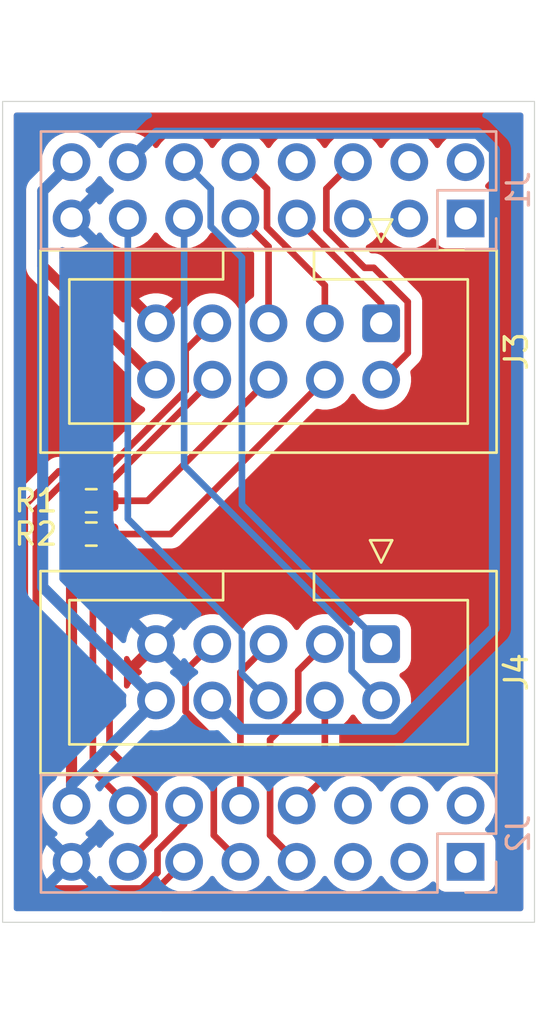
<source format=kicad_pcb>
(kicad_pcb (version 20241229) (generator "pcbnew") (generator_version "9.0")
  (layers (0 "F.Cu" signal) (2 "B.Cu" signal) (13 "F.Paste" user) (15 "B.Paste" user) (5 "F.SilkS" user "F.Silkscreen") (7 "B.SilkS" user "B.Silkscreen") (1 "F.Mask" user) (3 "B.Mask" user) (25 "Edge.Cuts" user))
  (net 0 "")
  (net 1 "/SPI_MISO")
  (net 2 "GND")
  (net 3 "/SDIO_CK")
  (net 4 "/RXD2")
  (net 5 "/SDIO_D1")
  (net 6 "/SPI_MOSI")
  (net 7 "/SPI_SCK")
  (net 8 "/TXD1")
  (net 9 "/SDIO_CMD")
  (net 10 "/SDIO_D2")
  (net 11 "/SDIO_D0")
  (net 12 "/SDIO_D3")
  (net 13 "+3.3V")
  (net 14 "/TXD2")
  (net 15 "/RXD1")
  (net 16 "+5V")
  (net 17 "/GPIO_11")
  (net 18 "/GPIO_5")
  (net 19 "/GPIO_12")
  (net 20 "/GPIO_2")
  (net 21 "/GPIO_9")
  (net 22 "/GPIO_7")
  (net 23 "/SDA")
  (net 24 "/GPIO_10")
  (net 25 "/GPIO_1")
  (net 26 "/GPIO_8")
  (net 27 "/GPIO_6")
  (net 28 "/GPIO_3")
  (net 29 "/GPIO_4")
  (net 30 "/SCL")
  (footprint "Resistor_SMD:R_0603_1608Metric" (layer "F.Cu") (at 104 66.5)
    (property "Reference" "R2" (at -2.5 0 0) (layer "F.SilkS"))
    (property "Value" "10k")
    (fp_line (start -0.237258 -0.5225) (end 0.237258 -0.5225) (stroke (width 0.12)) (layer "F.SilkS"))
    (fp_line (start -0.237258 0.5225) (end 0.237258 0.5225) (stroke (width 0.12)) (layer "F.SilkS"))
    (pad "1" smd roundrect (at -0.825 0) (size 0.8 0.95) (layers "F.Cu" "F.Mask" "F.Paste") (net 16 "+5V"))
    (pad "2" smd roundrect (at 0.825 0) (size 0.8 0.95) (layers "F.Cu" "F.Mask" "F.Paste") (net 23 "/SDA"))
  )
  (footprint "Connector_IDC:IDC-Header_2x05_P2.54mm_Vertical" (layer "F.Cu") (at 117.08 57 -90)
    (property "Reference" "J3" (at 1.27 -6.1 90) (layer "F.SilkS"))
    (property "Value" "Conn_02x05_Odd_Even")
    (fp_line (start -3.29 15.37) (end -3.29 -5.21) (stroke (width 0.12)) (layer "F.SilkS"))
    (fp_line (start 5.83 15.37) (end -3.29 15.37) (stroke (width 0.12)) (layer "F.SilkS"))
    (fp_line (start -1.98 14.07) (end -1.98 7.13) (stroke (width 0.12)) (layer "F.SilkS"))
    (fp_line (start 4.52 14.07) (end -1.98 14.07) (stroke (width 0.12)) (layer "F.SilkS"))
    (fp_line (start -1.98 7.13) (end -3.29 7.13) (stroke (width 0.12)) (layer "F.SilkS"))
    (fp_line (start -3.29 3.03) (end -1.98 3.03) (stroke (width 0.12)) (layer "F.SilkS"))
    (fp_line (start -1.98 3.03) (end -1.98 -3.91) (stroke (width 0.12)) (layer "F.SilkS"))
    (fp_line (start -4.68 0.5) (end -3.68 0) (stroke (width 0.12)) (layer "F.SilkS"))
    (fp_line (start -3.68 0) (end -4.68 -0.5) (stroke (width 0.12)) (layer "F.SilkS"))
    (fp_line (start -4.68 -0.5) (end -4.68 0.5) (stroke (width 0.12)) (layer "F.SilkS"))
    (fp_line (start -1.98 -3.91) (end 4.52 -3.91) (stroke (width 0.12)) (layer "F.SilkS"))
    (fp_line (start 4.52 -3.91) (end 4.52 14.07) (stroke (width 0.12)) (layer "F.SilkS"))
    (fp_line (start -3.29 -5.21) (end 5.83 -5.21) (stroke (width 0.12)) (layer "F.SilkS"))
    (fp_line (start 5.83 -5.21) (end 5.83 15.37) (stroke (width 0.12)) (layer "F.SilkS"))
    (pad "1" thru_hole roundrect (at 0 0 270) (size 1.7 1.7) (drill 1) (layers "*.Cu" "*.Mask") (roundrect_rratio 0.147059) (net 8 "/TXD1"))
    (pad "2" thru_hole circle (at 2.54 0 270) (size 1.7 1.7) (drill 1) (layers "*.Cu" "*.Mask") (net 15 "/RXD1"))
    (pad "3" thru_hole circle (at 0 2.54 270) (size 1.7 1.7) (drill 1) (layers "*.Cu" "*.Mask") (net 4 "/RXD2"))
    (pad "4" thru_hole circle (at 2.54 2.54 270) (size 1.7 1.7) (drill 1) (layers "*.Cu" "*.Mask") (net 23 "/SDA"))
    (pad "5" thru_hole circle (at 0 5.08 270) (size 1.7 1.7) (drill 1) (layers "*.Cu" "*.Mask") (net 14 "/TXD2"))
    (pad "6" thru_hole circle (at 2.54 5.08 270) (size 1.7 1.7) (drill 1) (layers "*.Cu" "*.Mask") (net 30 "/SCL"))
    (pad "7" thru_hole circle (at 0 7.62 270) (size 1.7 1.7) (drill 1) (layers "*.Cu" "*.Mask") (net 17 "/GPIO_11"))
    (pad "8" thru_hole circle (at 2.54 7.62 270) (size 1.7 1.7) (drill 1) (layers "*.Cu" "*.Mask") (net 19 "/GPIO_12"))
    (pad "9" thru_hole circle (at 0 10.16 270) (size 1.7 1.7) (drill 1) (layers "*.Cu" "*.Mask") (net 2 "GND"))
    (pad "10" thru_hole circle (at 2.54 10.16 270) (size 1.7 1.7) (drill 1) (layers "*.Cu" "*.Mask") (net 16 "+5V"))
  )
  (footprint "Resistor_SMD:R_0603_1608Metric" (layer "F.Cu") (at 104 65)
    (property "Reference" "R1" (at -2.5 0 0) (layer "F.SilkS"))
    (property "Value" "10k")
    (fp_line (start -0.237258 -0.5225) (end 0.237258 -0.5225) (stroke (width 0.12)) (layer "F.SilkS"))
    (fp_line (start -0.237258 0.5225) (end 0.237258 0.5225) (stroke (width 0.12)) (layer "F.SilkS"))
    (pad "1" smd roundrect (at -0.825 0) (size 0.8 0.95) (layers "F.Cu" "F.Mask" "F.Paste") (net 16 "+5V"))
    (pad "2" smd roundrect (at 0.825 0) (size 0.8 0.95) (layers "F.Cu" "F.Mask" "F.Paste") (net 30 "/SCL"))
  )
  (footprint "Connector_IDC:IDC-Header_2x05_P2.54mm_Vertical" (layer "F.Cu") (at 117.08 71.46 -90)
    (property "Reference" "J4" (at 1.27 -6.1 90) (layer "F.SilkS"))
    (property "Value" "Conn_02x05_Odd_Even")
    (fp_line (start -3.29 15.37) (end -3.29 -5.21) (stroke (width 0.12)) (layer "F.SilkS"))
    (fp_line (start 5.83 15.37) (end -3.29 15.37) (stroke (width 0.12)) (layer "F.SilkS"))
    (fp_line (start -1.98 14.07) (end -1.98 7.13) (stroke (width 0.12)) (layer "F.SilkS"))
    (fp_line (start 4.52 14.07) (end -1.98 14.07) (stroke (width 0.12)) (layer "F.SilkS"))
    (fp_line (start -1.98 7.13) (end -3.29 7.13) (stroke (width 0.12)) (layer "F.SilkS"))
    (fp_line (start -3.29 3.03) (end -1.98 3.03) (stroke (width 0.12)) (layer "F.SilkS"))
    (fp_line (start -1.98 3.03) (end -1.98 -3.91) (stroke (width 0.12)) (layer "F.SilkS"))
    (fp_line (start -4.68 0.5) (end -3.68 0) (stroke (width 0.12)) (layer "F.SilkS"))
    (fp_line (start -3.68 0) (end -4.68 -0.5) (stroke (width 0.12)) (layer "F.SilkS"))
    (fp_line (start -4.68 -0.5) (end -4.68 0.5) (stroke (width 0.12)) (layer "F.SilkS"))
    (fp_line (start -1.98 -3.91) (end 4.52 -3.91) (stroke (width 0.12)) (layer "F.SilkS"))
    (fp_line (start 4.52 -3.91) (end 4.52 14.07) (stroke (width 0.12)) (layer "F.SilkS"))
    (fp_line (start -3.29 -5.21) (end 5.83 -5.21) (stroke (width 0.12)) (layer "F.SilkS"))
    (fp_line (start 5.83 -5.21) (end 5.83 15.37) (stroke (width 0.12)) (layer "F.SilkS"))
    (pad "1" thru_hole roundrect (at 0 0 270) (size 1.7 1.7) (drill 1) (layers "*.Cu" "*.Mask") (roundrect_rratio 0.147059) (net 1 "/SPI_MISO"))
    (pad "2" thru_hole circle (at 2.54 0 270) (size 1.7 1.7) (drill 1) (layers "*.Cu" "*.Mask") (net 7 "/SPI_SCK"))
    (pad "3" thru_hole circle (at 0 2.54 270) (size 1.7 1.7) (drill 1) (layers "*.Cu" "*.Mask") (net 22 "/GPIO_7"))
    (pad "4" thru_hole circle (at 2.54 2.54 270) (size 1.7 1.7) (drill 1) (layers "*.Cu" "*.Mask") (net 26 "/GPIO_8"))
    (pad "5" thru_hole circle (at 0 5.08 270) (size 1.7 1.7) (drill 1) (layers "*.Cu" "*.Mask") (net 24 "/GPIO_10"))
    (pad "6" thru_hole circle (at 2.54 5.08 270) (size 1.7 1.7) (drill 1) (layers "*.Cu" "*.Mask") (net 6 "/SPI_MOSI"))
    (pad "7" thru_hole circle (at 0 7.62 270) (size 1.7 1.7) (drill 1) (layers "*.Cu" "*.Mask") (net 21 "/GPIO_9"))
    (pad "8" thru_hole circle (at 2.54 7.62 270) (size 1.7 1.7) (drill 1) (layers "*.Cu" "*.Mask") (net 13 "+3.3V"))
    (pad "9" thru_hole circle (at 0 10.16 270) (size 1.7 1.7) (drill 1) (layers "*.Cu" "*.Mask") (net 2 "GND"))
    (pad "10" thru_hole circle (at 2.54 10.16 270) (size 1.7 1.7) (drill 1) (layers "*.Cu" "*.Mask") (net 16 "+5V"))
  )
  (footprint "Connector_PinHeader_2.54mm:PinHeader_2x08_P2.54mm_Vertical" (layer "B.Cu") (at 120.89 52.275 90)
    (property "Reference" "J1" (at 1.27 2.38 90) (layer "B.SilkS") (effects (justify mirror)))
    (property "Value" "Conn_02x08_Odd_Even")
    (fp_line (start -1.38 -19.16) (end 3.92 -19.16) (stroke (width 0.12)) (layer "B.SilkS"))
    (fp_line (start 1.27 -1.27) (end 1.27 1.38) (stroke (width 0.12)) (layer "B.SilkS"))
    (fp_line (start -1.38 -1.27) (end -1.38 -19.16) (stroke (width 0.12)) (layer "B.SilkS"))
    (fp_line (start -1.38 -1.27) (end 1.27 -1.27) (stroke (width 0.12)) (layer "B.SilkS"))
    (fp_line (start -1.38 0) (end -1.38 1.38) (stroke (width 0.12)) (layer "B.SilkS"))
    (fp_line (start 3.92 1.38) (end 3.92 -19.16) (stroke (width 0.12)) (layer "B.SilkS"))
    (fp_line (start 1.27 1.38) (end 3.92 1.38) (stroke (width 0.12)) (layer "B.SilkS"))
    (fp_line (start -1.38 1.38) (end 0 1.38) (stroke (width 0.12)) (layer "B.SilkS"))
    (pad "1" thru_hole rect (at 0 0 90) (size 1.7 1.7) (drill 1) (layers "*.Cu" "*.Mask") (net 11 "/SDIO_D0"))
    (pad "2" thru_hole circle (at 2.54 0 90) (size 1.7 1.7) (drill 1) (layers "*.Cu" "*.Mask") (net 5 "/SDIO_D1"))
    (pad "3" thru_hole circle (at 0 -2.54 90) (size 1.7 1.7) (drill 1) (layers "*.Cu" "*.Mask") (net 10 "/SDIO_D2"))
    (pad "4" thru_hole circle (at 2.54 -2.54 90) (size 1.7 1.7) (drill 1) (layers "*.Cu" "*.Mask") (net 12 "/SDIO_D3"))
    (pad "5" thru_hole circle (at 0 -5.08 90) (size 1.7 1.7) (drill 1) (layers "*.Cu" "*.Mask") (net 3 "/SDIO_CK"))
    (pad "6" thru_hole circle (at 2.54 -5.08 90) (size 1.7 1.7) (drill 1) (layers "*.Cu" "*.Mask") (net 15 "/RXD1"))
    (pad "7" thru_hole circle (at 0 -7.62 90) (size 1.7 1.7) (drill 1) (layers "*.Cu" "*.Mask") (net 8 "/TXD1"))
    (pad "8" thru_hole circle (at 2.54 -7.62 90) (size 1.7 1.7) (drill 1) (layers "*.Cu" "*.Mask") (net 9 "/SDIO_CMD"))
    (pad "9" thru_hole circle (at 0 -10.16 90) (size 1.7 1.7) (drill 1) (layers "*.Cu" "*.Mask") (net 14 "/TXD2"))
    (pad "10" thru_hole circle (at 2.54 -10.16 90) (size 1.7 1.7) (drill 1) (layers "*.Cu" "*.Mask") (net 4 "/RXD2"))
    (pad "11" thru_hole circle (at 0 -12.7 90) (size 1.7 1.7) (drill 1) (layers "*.Cu" "*.Mask") (net 7 "/SPI_SCK"))
    (pad "12" thru_hole circle (at 2.54 -12.7 90) (size 1.7 1.7) (drill 1) (layers "*.Cu" "*.Mask") (net 1 "/SPI_MISO"))
    (pad "13" thru_hole circle (at 0 -15.24 90) (size 1.7 1.7) (drill 1) (layers "*.Cu" "*.Mask") (net 6 "/SPI_MOSI"))
    (pad "14" thru_hole circle (at 2.54 -15.24 90) (size 1.7 1.7) (drill 1) (layers "*.Cu" "*.Mask") (net 13 "+3.3V"))
    (pad "15" thru_hole circle (at 0 -17.78 90) (size 1.7 1.7) (drill 1) (layers "*.Cu" "*.Mask") (net 2 "GND"))
    (pad "16" thru_hole circle (at 2.54 -17.78 90) (size 1.7 1.7) (drill 1) (layers "*.Cu" "*.Mask") (net 16 "+5V"))
  )
  (footprint "Connector_PinHeader_2.54mm:PinHeader_2x08_P2.54mm_Vertical" (layer "B.Cu") (at 120.89 81.275 90)
    (property "Reference" "J2" (at 1.27 2.38 90) (layer "B.SilkS") (effects (justify mirror)))
    (property "Value" "Conn_02x08_Odd_Even")
    (fp_line (start -1.38 -19.16) (end 3.92 -19.16) (stroke (width 0.12)) (layer "B.SilkS"))
    (fp_line (start 1.27 -1.27) (end 1.27 1.38) (stroke (width 0.12)) (layer "B.SilkS"))
    (fp_line (start -1.38 -1.27) (end -1.38 -19.16) (stroke (width 0.12)) (layer "B.SilkS"))
    (fp_line (start -1.38 -1.27) (end 1.27 -1.27) (stroke (width 0.12)) (layer "B.SilkS"))
    (fp_line (start -1.38 0) (end -1.38 1.38) (stroke (width 0.12)) (layer "B.SilkS"))
    (fp_line (start 3.92 1.38) (end 3.92 -19.16) (stroke (width 0.12)) (layer "B.SilkS"))
    (fp_line (start 1.27 1.38) (end 3.92 1.38) (stroke (width 0.12)) (layer "B.SilkS"))
    (fp_line (start -1.38 1.38) (end 0 1.38) (stroke (width 0.12)) (layer "B.SilkS"))
    (pad "1" thru_hole rect (at 0 0 90) (size 1.7 1.7) (drill 1) (layers "*.Cu" "*.Mask") (net 25 "/GPIO_1"))
    (pad "2" thru_hole circle (at 2.54 0 90) (size 1.7 1.7) (drill 1) (layers "*.Cu" "*.Mask") (net 20 "/GPIO_2"))
    (pad "3" thru_hole circle (at 0 -2.54 90) (size 1.7 1.7) (drill 1) (layers "*.Cu" "*.Mask") (net 28 "/GPIO_3"))
    (pad "4" thru_hole circle (at 2.54 -2.54 90) (size 1.7 1.7) (drill 1) (layers "*.Cu" "*.Mask") (net 29 "/GPIO_4"))
    (pad "5" thru_hole circle (at 0 -5.08 90) (size 1.7 1.7) (drill 1) (layers "*.Cu" "*.Mask") (net 18 "/GPIO_5"))
    (pad "6" thru_hole circle (at 2.54 -5.08 90) (size 1.7 1.7) (drill 1) (layers "*.Cu" "*.Mask") (net 27 "/GPIO_6"))
    (pad "7" thru_hole circle (at 0 -7.62 90) (size 1.7 1.7) (drill 1) (layers "*.Cu" "*.Mask") (net 22 "/GPIO_7"))
    (pad "8" thru_hole circle (at 2.54 -7.62 90) (size 1.7 1.7) (drill 1) (layers "*.Cu" "*.Mask") (net 26 "/GPIO_8"))
    (pad "9" thru_hole circle (at 0 -10.16 90) (size 1.7 1.7) (drill 1) (layers "*.Cu" "*.Mask") (net 21 "/GPIO_9"))
    (pad "10" thru_hole circle (at 2.54 -10.16 90) (size 1.7 1.7) (drill 1) (layers "*.Cu" "*.Mask") (net 24 "/GPIO_10"))
    (pad "11" thru_hole circle (at 0 -12.7 90) (size 1.7 1.7) (drill 1) (layers "*.Cu" "*.Mask") (net 17 "/GPIO_11"))
    (pad "12" thru_hole circle (at 2.54 -12.7 90) (size 1.7 1.7) (drill 1) (layers "*.Cu" "*.Mask") (net 19 "/GPIO_12"))
    (pad "13" thru_hole circle (at 0 -15.24 90) (size 1.7 1.7) (drill 1) (layers "*.Cu" "*.Mask") (net 23 "/SDA"))
    (pad "14" thru_hole circle (at 2.54 -15.24 90) (size 1.7 1.7) (drill 1) (layers "*.Cu" "*.Mask") (net 30 "/SCL"))
    (pad "15" thru_hole circle (at 0 -17.78 90) (size 1.7 1.7) (drill 1) (layers "*.Cu" "*.Mask") (net 2 "GND"))
    (pad "16" thru_hole circle (at 2.54 -17.78 90) (size 1.7 1.7) (drill 1) (layers "*.Cu" "*.Mask") (net 16 "+5V"))
  )
  (gr_rect (start 100 47) (end 124 84) (stroke (width 0.05)) (fill no) (layer "Edge.Cuts"))
  (segment (start 117.08 71.46) (end 110.799 65.179) (width 0.3) (layer "B.Cu") (net 1))
  (segment (start 109.391 50.936) (end 108.19 49.735) (width 0.3) (layer "B.Cu") (net 1))
  (segment (start 109.391 52.634471) (end 109.391 50.936) (width 0.3) (layer "B.Cu") (net 1))
  (segment (start 110.799 65.179) (end 110.799 54.042471) (width 0.3) (layer "B.Cu") (net 1))
  (segment (start 110.799 54.042471) (end 109.391 52.634471) (width 0.3) (layer "B.Cu") (net 1))
  (segment (start 114.54 55.29) (end 114.54 57) (width 0.3) (layer "F.Cu") (net 4))
  (segment (start 111.931 52.681) (end 114.54 55.29) (width 0.3) (layer "F.Cu") (net 4))
  (segment (start 111.931 50.936) (end 111.931 52.681) (width 0.3) (layer "F.Cu") (net 4))
  (segment (start 110.73 49.735) (end 111.931 50.936) (width 0.3) (layer "F.Cu") (net 4))
  (segment (start 105.65 65.813529) (end 110.799 70.962529) (width 0.3) (layer "B.Cu") (net 6))
  (segment (start 110.799 70.962529) (end 110.799 72.799) (width 0.3) (layer "B.Cu") (net 6))
  (segment (start 105.65 52.275) (end 105.65 65.813529) (width 0.3) (layer "B.Cu") (net 6))
  (segment (start 110.799 72.799) (end 112 74) (width 0.3) (layer "B.Cu") (net 6))
  (segment (start 115.75 72.67) (end 115.75 70.971529) (width 0.3) (layer "B.Cu") (net 7))
  (segment (start 115.75 70.971529) (end 108.19 63.411529) (width 0.3) (layer "B.Cu") (net 7))
  (segment (start 108.19 63.411529) (end 108.19 52.275) (width 0.3) (layer "B.Cu") (net 7))
  (segment (start 117.08 74) (end 115.75 72.67) (width 0.3) (layer "B.Cu") (net 7))
  (segment (start 113.27 52.275) (end 117.08 56.085) (width 0.3) (layer "F.Cu") (net 8))
  (segment (start 117.08 56.085) (end 117.08 57) (width 0.3) (layer "F.Cu") (net 8))
  (segment (start 122.191 70.728892) (end 122.191 49.192) (width 0.5) (layer "B.Cu") (net 13))
  (segment (start 121.433 48.434) (end 106.951 48.434) (width 0.5) (layer "B.Cu") (net 13))
  (segment (start 110.761 75.301) (end 117.618892 75.301) (width 0.5) (layer "B.Cu") (net 13))
  (segment (start 109.46 74) (end 110.761 75.301) (width 0.5) (layer "B.Cu") (net 13))
  (segment (start 117.618892 75.301) (end 122.191 70.728892) (width 0.5) (layer "B.Cu") (net 13))
  (segment (start 106.951 48.434) (end 105.65 49.735) (width 0.5) (layer "B.Cu") (net 13))
  (segment (start 122.191 49.192) (end 121.433 48.434) (width 0.5) (layer "B.Cu") (net 13))
  (segment (start 112 53.545) (end 112 57) (width 0.3) (layer "F.Cu") (net 14))
  (segment (start 110.73 52.275) (end 112 53.545) (width 0.3) (layer "F.Cu") (net 14))
  (segment (start 118.281 56.031) (end 116.75 54.5) (width 0.3) (layer "F.Cu") (net 15))
  (segment (start 117.08 59.54) (end 118.281 58.339) (width 0.3) (layer "F.Cu") (net 15))
  (segment (start 116.75 54.5) (end 116.336529 54.5) (width 0.3) (layer "F.Cu") (net 15))
  (segment (start 114.609 52.772471) (end 114.609 50.936) (width 0.3) (layer "F.Cu") (net 15))
  (segment (start 118.281 58.339) (end 118.281 56.031) (width 0.3) (layer "F.Cu") (net 15))
  (segment (start 114.609 50.936) (end 115.81 49.735) (width 0.3) (layer "F.Cu") (net 15))
  (segment (start 116.336529 54.5) (end 114.609 52.772471) (width 0.3) (layer "F.Cu") (net 15))
  (segment (start 103.11 49.735) (end 101.809 51.036) (width 0.5) (layer "F.Cu") (net 16))
  (segment (start 101.809 51.036) (end 101.809 54.429) (width 0.5) (layer "F.Cu") (net 16))
  (segment (start 101.809 54.429) (end 106.92 59.54) (width 0.5) (layer "F.Cu") (net 16))
  (segment (start 103.175 66.5) (end 103.175 66.925) (width 0.5) (layer "F.Cu") (net 16))
  (segment (start 103.175 66.925) (end 103.11 66.99) (width 0.5) (layer "F.Cu") (net 16))
  (segment (start 103.175 65) (end 103.175 66.5) (width 0.5) (layer "F.Cu") (net 16))
  (segment (start 103.11 66.99) (end 103.11 78.735) (width 0.5) (layer "F.Cu") (net 16))
  (segment (start 103.11 77.81) (end 103.11 78.735) (width 0.5) (layer "B.Cu") (net 16))
  (segment (start 101.809 51.036) (end 103.11 49.735) (width 0.5) (layer "B.Cu") (net 16))
  (segment (start 101.809 68.889) (end 101.809 51.036) (width 0.5) (layer "B.Cu") (net 16))
  (segment (start 106.92 74) (end 103.11 77.81) (width 0.5) (layer "B.Cu") (net 16))
  (segment (start 106.92 74) (end 101.809 68.889) (width 0.5) (layer "B.Cu") (net 16))
  (segment (start 108.259 58.201) (end 108.259 60.03248) (width 0.3) (layer "F.Cu") (net 17))
  (segment (start 100.999 82.20752) (end 101.76848 82.977) (width 0.3) (layer "F.Cu") (net 17))
  (segment (start 102.533705 63.673) (end 100.999 65.207706) (width 0.3) (layer "F.Cu") (net 17))
  (segment (start 109.46 57) (end 108.259 58.201) (width 0.3) (layer "F.Cu") (net 17))
  (segment (start 104.61848 63.673) (end 102.533705 63.673) (width 0.3) (layer "F.Cu") (net 17))
  (segment (start 100.999 65.207706) (end 100.999 82.20752) (width 0.3) (layer "F.Cu") (net 17))
  (segment (start 101.76848 82.977) (end 106.488 82.977) (width 0.3) (layer "F.Cu") (net 17))
  (segment (start 108.259 60.03248) (end 104.61848 63.673) (width 0.3) (layer "F.Cu") (net 17))
  (segment (start 106.488 82.977) (end 108.19 81.275) (width 0.3) (layer "F.Cu") (net 17))
  (segment (start 108.19 79.576529) (end 108.19 78.735) (width 0.3) (layer "F.Cu") (net 19))
  (segment (start 104.826 64.174) (end 102.741226 64.174) (width 0.3) (layer "F.Cu") (net 19))
  (segment (start 109.46 59.54) (end 104.826 64.174) (width 0.3) (layer "F.Cu") (net 19))
  (segment (start 101.5 82) (end 101.976 82.476) (width 0.3) (layer "F.Cu") (net 19))
  (segment (start 102.741226 64.174) (end 101.5 65.415226) (width 0.3) (layer "F.Cu") (net 19))
  (segment (start 106.989 80.777529) (end 108.19 79.576529) (width 0.3) (layer "F.Cu") (net 19))
  (segment (start 106.989 81.761) (end 106.989 80.777529) (width 0.3) (layer "F.Cu") (net 19))
  (segment (start 101.5 65.415226) (end 101.5 82) (width 0.3) (layer "F.Cu") (net 19))
  (segment (start 101.976 82.476) (end 106.274 82.476) (width 0.3) (layer "F.Cu") (net 19))
  (segment (start 106.274 82.476) (end 106.989 81.761) (width 0.3) (layer "F.Cu") (net 19))
  (segment (start 108.259 72.661) (end 109.46 71.46) (width 0.3) (layer "F.Cu") (net 21))
  (segment (start 110.73 81.275) (end 109.529 80.074) (width 0.3) (layer "F.Cu") (net 21))
  (segment (start 109.529 80.074) (end 109.529 75.767471) (width 0.3) (layer "F.Cu") (net 21))
  (segment (start 108.259 74.497471) (end 108.259 72.661) (width 0.3) (layer "F.Cu") (net 21))
  (segment (start 109.529 75.767471) (end 108.259 74.497471) (width 0.3) (layer "F.Cu") (net 21))
  (segment (start 113.339 72.661) (end 114.54 71.46) (width 0.3) (layer "F.Cu") (net 22))
  (segment (start 113.27 81.275) (end 112.069 80.074) (width 0.3) (layer "F.Cu") (net 22))
  (segment (start 113.339 74.497471) (end 113.339 72.661) (width 0.3) (layer "F.Cu") (net 22))
  (segment (start 112.069 75.767471) (end 113.339 74.497471) (width 0.3) (layer "F.Cu") (net 22))
  (segment (start 112.069 80.074) (end 112.069 75.767471) (width 0.3) (layer "F.Cu") (net 22))
  (segment (start 104.825 76.211529) (end 106.851 78.237529) (width 0.3) (layer "F.Cu") (net 23))
  (segment (start 106.851 80.074) (end 105.65 81.275) (width 0.3) (layer "F.Cu") (net 23))
  (segment (start 107.58 66.5) (end 104.825 66.5) (width 0.3) (layer "F.Cu") (net 23))
  (segment (start 114.54 59.54) (end 107.58 66.5) (width 0.3) (layer "F.Cu") (net 23))
  (segment (start 104.825 66.5) (end 104.825 76.211529) (width 0.3) (layer "F.Cu") (net 23))
  (segment (start 106.851 78.237529) (end 106.851 80.074) (width 0.3) (layer "F.Cu") (net 23))
  (segment (start 112 71.46) (end 110.73 72.73) (width 0.3) (layer "F.Cu") (net 24))
  (segment (start 110.73 72.73) (end 110.73 78.735) (width 0.3) (layer "F.Cu") (net 24))
  (segment (start 114.54 77.465) (end 114.54 74) (width 0.3) (layer "F.Cu") (net 26))
  (segment (start 113.27 78.735) (end 114.54 77.465) (width 0.3) (layer "F.Cu") (net 26))
  (segment (start 112 59.54) (end 106.54 65) (width 0.3) (layer "F.Cu") (net 30))
  (segment (start 104.074 65.751) (end 104.074 77.159) (width 0.3) (layer "F.Cu") (net 30))
  (segment (start 104.825 65) (end 104.074 65.751) (width 0.3) (layer "F.Cu") (net 30))
  (segment (start 104.074 77.159) (end 105.65 78.735) (width 0.3) (layer "F.Cu") (net 30))
  (segment (start 106.54 65) (end 104.825 65) (width 0.3) (layer "F.Cu") (net 30))
  (zone (net 2) (net_name "GND") (layers "F.Cu" "B.Cu") (connect_pads (clearance 0.5)) (min_thickness 0.25) (fill yes (thermal_gap 0.5) (thermal_bridge_width 0.5))
    (polygon (pts (xy 100 47) (xy 100 84) (xy 124 84) (xy 124 47)))
  )
)
</source>
